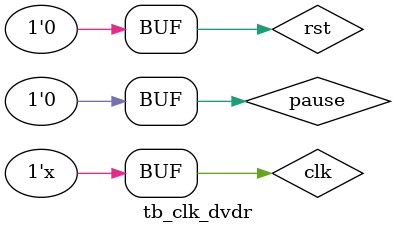
<source format=v>
`timescale 1ns / 1ps


module tb_clk_dvdr;

	// Inputs
	reg rst;
	reg clk;
	reg pause;

	// Outputs
	wire onehz;
	wire twohz;
  wire fivehundhz;



  always #5 clk = ~clk;
	initial begin
		// Initialize Inputs
		rst = 0;
		clk = 0;
		pause = 0;

		// Wait 100 ns for global reset to finish
		#100;
        
		// Add stimulus here

	end
  
  	// Instantiate the Unit Under Test (UUT)
	clockdivider uut (
		.rst(rst), 
		.clk(clk), 
		.pause(pause), 
		.onehz(onehz), 
		.twohz(twohz),
    .fivehundhz(fivehundhz)
	);
      
endmodule


</source>
